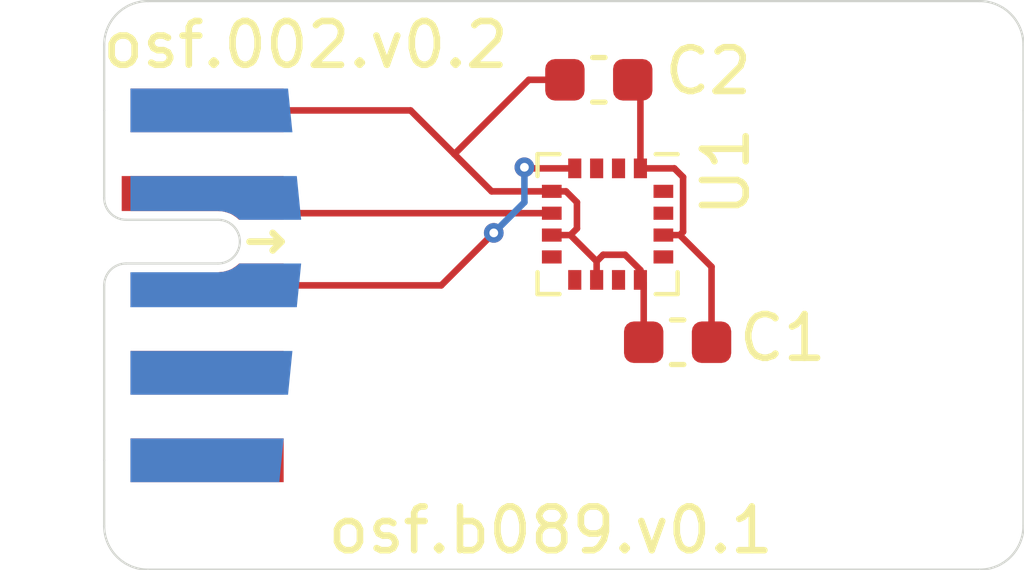
<source format=kicad_pcb>
(kicad_pcb (version 20211014) (generator pcbnew)
  (layers (0 "F.Cu" signal) (31 "B.Cu" signal) (34 "B.Paste" user) (35 "F.Paste" user) (36 "B.SilkS" user "B.Silkscreen") (37 "F.SilkS" user "F.Silkscreen") (38 "B.Mask" user) (39 "F.Mask" user) (44 "Edge.Cuts" user))
  (net 0 "")
  (net 1 "GND")
  (net 2 "/sensor/SCL")
  (net 3 "/sensor/SDA")
  (net 4 "+3V3")
  (net 6 "/sensor/ACC_INT2")
  (net 7 "/sensor/ACC_INT1")
  (net 8 "/sensor/ACC_ADC3")
  (net 9 "/sensor/ACC_ADC2")
  (net 10 "/sensor/ACC_ADC1")
  (net 11 "/sensor/3.3V")
  (net 14 "+5V")
  (footprint "Package_LGA:LGA-16_3x3mm_P0.5mm" (layer "F.Cu") (at 88.5 79.1 -90)
    (fp_text reference "U1" (at -1.2 -2.7 90) (layer "F.SilkS"))
    (fp_text value "LIS3DHTR")
    (fp_line (start -1.6 -1.6) (end -1.6 -1.1) (layer "F.SilkS") (width 0.1))
    (fp_line (start -1.6 1.6) (end -1.1 1.6) (layer "F.SilkS") (width 0.1))
    (fp_line (start 1.6 1.1) (end 1.6 1.6) (layer "F.SilkS") (width 0.1))
    (fp_line (start 1.6 1.6) (end 1.6 1.1) (layer "F.SilkS") (width 0.1))
    (fp_line (start -1.6 1.6) (end -1.6 1.1) (layer "F.SilkS") (width 0.1))
    (fp_line (start 1.6 -1.6) (end 1.6 -1.1) (layer "F.SilkS") (width 0.1))
    (fp_line (start 1.1 -1.6) (end 1.6 -1.6) (layer "F.SilkS") (width 0.1))
    (fp_line (start 1.6 1.6) (end 1.1 1.6) (layer "F.SilkS") (width 0.1))
    (pad "1" smd rect (at -1.275 -0.75) (size 0.3 0.45) (layers "F.Cu" "F.Paste" "F.Mask") (net 11 "/sensor/3.3V"))
    (pad "2" smd rect (at -1.275 -0.25) (size 0.3 0.45) (layers "F.Cu" "F.Paste" "F.Mask"))
    (pad "3" smd rect (at -1.275 0.25) (size 0.3 0.45) (layers "F.Cu" "F.Paste" "F.Mask"))
    (pad "4" smd rect (at -1.275 0.75) (size 0.3 0.45) (layers "F.Cu" "F.Paste" "F.Mask") (net 2 "/sensor/SCL"))
    (pad "5" smd rect (at -0.75 1.275 270) (size 0.3 0.45) (layers "F.Cu" "F.Paste" "F.Mask") (net 1 "GND"))
    (pad "6" smd rect (at -0.25 1.275 270) (size 0.3 0.45) (layers "F.Cu" "F.Paste" "F.Mask") (net 3 "/sensor/SDA"))
    (pad "7" smd rect (at 0.25 1.275 270) (size 0.3 0.45) (layers "F.Cu" "F.Paste" "F.Mask") (net 1 "GND"))
    (pad "8" smd rect (at 0.75 1.275 270) (size 0.3 0.45) (layers "F.Cu" "F.Paste" "F.Mask"))
    (pad "9" smd rect (at 1.275 0.75) (size 0.3 0.45) (layers "F.Cu" "F.Paste" "F.Mask") (net 6 "/sensor/ACC_INT2"))
    (pad "10" smd rect (at 1.275 0.25) (size 0.3 0.45) (layers "F.Cu" "F.Paste" "F.Mask") (net 1 "GND"))
    (pad "11" smd rect (at 1.275 -0.25) (size 0.3 0.45) (layers "F.Cu" "F.Paste" "F.Mask") (net 7 "/sensor/ACC_INT1"))
    (pad "12" smd rect (at 1.275 -0.75) (size 0.3 0.45) (layers "F.Cu" "F.Paste" "F.Mask") (net 1 "GND"))
    (pad "13" smd rect (at 0.75 -1.275 270) (size 0.3 0.45) (layers "F.Cu" "F.Paste" "F.Mask") (net 8 "/sensor/ACC_ADC3"))
    (pad "14" smd rect (at 0.25 -1.275 270) (size 0.3 0.45) (layers "F.Cu" "F.Paste" "F.Mask") (net 11 "/sensor/3.3V"))
    (pad "15" smd rect (at -0.25 -1.275 270) (size 0.3 0.45) (layers "F.Cu" "F.Paste" "F.Mask") (net 9 "/sensor/ACC_ADC2"))
    (pad "16" smd rect (at -0.75 -1.275 270) (size 0.3 0.45) (layers "F.Cu" "F.Paste" "F.Mask") (net 10 "/sensor/ACC_ADC1"))
  )
  (footprint "on_edge:on_edge_2x05_device" (layer "F.Cu") (at 77 80.5 -90)
    (fp_text reference "J1")
    (fp_text value "001_I2C")
    (fp_line (start -1.2 -3.85) (end -1 -4.05) (layer "F.SilkS") (width 0.153))
    (fp_line (start -1 -4.05) (end -1 -3.323) (layer "F.SilkS") (width 0.153))
    (fp_line (start -1 -4.05) (end -0.8 -3.85) (layer "F.SilkS") (width 0.153))
    (fp_line (start -4 0) (end -2 0) (layer "Edge.Cuts") (width 0.05))
    (fp_line (start -1.5 -2.6) (end -1.5 -0.5) (layer "Edge.Cuts") (width 0.05))
    (fp_line (start -0.5 -0.5) (end -0.5 -2.6) (layer "Edge.Cuts") (width 0.05))
    (fp_line (start 0 0) (end 4 0) (layer "Edge.Cuts") (width 0.05))
    (fp_arc (start -1.5 -0.5) (mid -1.646447 -0.146447) (end -2 0) (layer "Edge.Cuts") (width 0.05))
    (fp_arc (start 0 0) (mid -0.353553 -0.146447) (end -0.5 -0.5) (layer "Edge.Cuts") (width 0.05))
    (fp_arc (start -1.5 -2.6) (mid -1 -3.1) (end -0.5 -2.6) (layer "Edge.Cuts") (width 0.05))
    (pad "1" smd rect locked (at -4 -2.35 90) (size 1 3.5) (layers "F.Cu" "F.Mask") (net 1 "GND"))
    (pad "2" smd custom locked (at -2 -3.6 270) (size 1 1) (layers "F.Cu" "F.Mask") (net 3 "/sensor/SDA") (options (clearance outline) (anchor rect)) (primitives (gr_poly (pts (xy 0.3 1) (xy 0.31 0.89) (xy 0.33 0.81) (xy 0.35 0.75) (xy 0.37 0.7) (xy 0.4 0.65) (xy 0.44 0.59) (xy 0.48 0.54) (xy 0.5 0.52) (xy 0.5 -0.5) (xy -0.5 -0.5) (xy -0.5 3.2) (xy 0.3 3.2)) (width 0) (fill yes))))
    (pad "3" smd custom locked (at 0 -3.6 270) (size 1 1) (layers "F.Cu" "F.Mask") (net 2 "/sensor/SCL") (options (clearance outline) (anchor rect)) (primitives (gr_poly (pts (xy -0.3 1) (xy -0.31 0.89) (xy -0.33 0.81) (xy -0.35 0.75) (xy -0.37 0.7) (xy -0.4 0.65) (xy -0.44 0.59) (xy -0.48 0.54) (xy -0.5 0.52) (xy -0.5 -0.5) (xy 0.5 -0.5) (xy 0.5 3) (xy -0.3 3)) (width 0) (fill yes))))
    (pad "4" smd rect locked (at 2 -2.35 90) (size 1 3.5) (layers "F.Cu" "F.Mask"))
    (pad "5" smd rect locked (at 4 -2.35 90) (size 1 3.5) (layers "F.Cu" "F.Mask"))
    (pad "6" smd custom locked (at -4 -2.4 270) (size 1 3.6) (layers "B.Cu" "B.Mask") (options (clearance outline) (anchor rect)) (primitives (gr_poly (pts (xy 0.5 -1.8) (xy 0.5 -1.9) (xy -0.5 -1.8)) (width 0) (fill yes))))
    (pad "7" smd custom locked (at -2 -2.1 270) (size 0.4 0.4) (layers "B.Cu" "B.Mask") (options (clearance outline) (anchor rect)) (primitives (gr_poly (pts (xy 0.3 -0.51) (xy 0.31 -0.62) (xy 0.33 -0.7) (xy 0.35 -0.76) (xy 0.37 -0.81) (xy 0.4 -0.86) (xy 0.44 -0.92) (xy 0.48 -0.97) (xy 0.5 -0.99) (xy 0.5 -2.4) (xy -0.5 -2.3) (xy -0.5 1.5) (xy 0.3 1.5)) (width 0) (fill yes))))
    (pad "8" smd custom locked (at 0 -2.1 270) (size 0.4 0.4) (layers "B.Cu" "B.Mask") (options (clearance outline) (anchor rect)) (primitives (gr_poly (pts (xy -0.3 -0.51) (xy -0.31 -0.62) (xy -0.33 -0.7) (xy -0.35 -0.76) (xy -0.37 -0.81) (xy -0.4 -0.86) (xy -0.44 -0.92) (xy -0.48 -0.97) (xy -0.5 -0.99) (xy -0.5 -2.4) (xy 0.5 -2.3) (xy 0.5 1.5) (xy -0.3 1.5)) (width 0) (fill yes))))
    (pad "9" smd custom locked (at 2 -2.4 270) (size 1 3.6) (layers "B.Cu" "B.Mask") (net 4 "+3V3") (options (clearance outline) (anchor rect)) (primitives (gr_poly (pts (xy -0.5 -1.8) (xy -0.5 -1.9) (xy 0.5 -1.8)) (width 0) (fill yes))))
    (pad "10" smd custom locked (at 4 -2.3 270) (size 1 3.4) (layers "B.Cu" "B.Mask") (net 14 "+5V") (options (clearance outline) (anchor rect)) (primitives (gr_poly (pts (xy -0.5 -1.7) (xy -0.5 -1.8) (xy 0.5 -1.7)) (width 0) (fill yes))))
  )
  (footprint "Capacitor_SMD:C_0603_1608Metric" (layer "F.Cu") (at 90.1 81.8)
    (fp_text reference "C1" (at 2.4 -0.1) (layer "F.SilkS"))
    (fp_text value "100nF")
    (fp_line (start -0.14058 -0.51) (end 0.14058 -0.51) (layer "F.SilkS") (width 0.12))
    (fp_line (start -0.14058 0.51) (end 0.14058 0.51) (layer "F.SilkS") (width 0.12))
    (pad "1" smd roundrect (at -0.775 0) (size 0.9 0.95) (layers "F.Cu" "F.Paste" "F.Mask") (net 1 "GND"))
    (pad "2" smd roundrect (at 0.775 0) (size 0.9 0.95) (layers "F.Cu" "F.Paste" "F.Mask") (net 11 "/sensor/3.3V"))
  )
  (footprint "Capacitor_SMD:C_0603_1608Metric" (layer "F.Cu") (at 88.3 75.8)
    (fp_text reference "C2" (at 2.5 -0.2) (layer "F.SilkS"))
    (fp_text value "10uF")
    (fp_line (start -0.14058 0.51) (end 0.14058 0.51) (layer "F.SilkS") (width 0.12))
    (fp_line (start -0.14058 -0.51) (end 0.14058 -0.51) (layer "F.SilkS") (width 0.12))
    (pad "1" smd roundrect (at -0.775 0) (size 0.9 0.95) (layers "F.Cu" "F.Paste" "F.Mask") (net 1 "GND"))
    (pad "2" smd roundrect (at 0.775 0) (size 0.9 0.95) (layers "F.Cu" "F.Paste" "F.Mask") (net 11 "/sensor/3.3V"))
  )
  (gr_line (start 97 87) (end 78 87) (layer "Edge.Cuts") (width 0.05))
  (gr_line (start 77 86) (end 77 84.5) (layer "Edge.Cuts") (width 0.05))
  (gr_line (start 78 74) (end 97 74) (layer "Edge.Cuts") (width 0.05))
  (gr_line (start 98 76.5) (end 98 75) (layer "Edge.Cuts") (width 0.05))
  (gr_line (start 77 76.5) (end 77 75) (layer "Edge.Cuts") (width 0.05))
  (gr_arc (start 98 86) (mid 97.707107 86.707107) (end 97 87) (layer "Edge.Cuts") (width 0.05))
  (gr_line (start 98 86) (end 98 76.5) (layer "Edge.Cuts") (width 0.05))
  (gr_arc (start 77 75) (mid 77.292893 74.292893) (end 78 74) (layer "Edge.Cuts") (width 0.05))
  (gr_arc (start 78 87) (mid 77.292893 86.707107) (end 77 86) (layer "Edge.Cuts") (width 0.05))
  (gr_arc (start 97 74) (mid 97.707107 74.292893) (end 98 75) (layer "Edge.Cuts") (width 0.05))
  (gr_text "osf.b089.v0.1" (at 87.2 86.1) (layer "F.SilkS") (effects (font (size 1 1))))
  (gr_text "osf.002.v0.2" (at 81.6 75) (layer "F.SilkS") (effects (font (size 1 1))))
  (segment (start 86.7 75.8) (end 85 77.5) (width 0.15) (layer "F.Cu") (net 1))
  (segment (start 89.25 80.375) (end 89.25 80.15) (width 0.15) (layer "F.Cu") (net 1))
  (segment (start 87.225 79.35) (end 87.65 79.35) (width 0.15) (layer "F.Cu") (net 1))
  (segment (start 84 76.5) (end 85 77.5) (width 0.15) (layer "F.Cu") (net 1))
  (segment (start 89.325 81.8) (end 89.325 80.45) (width 0.15) (layer "F.Cu") (net 1))
  (segment (start 89.25 80.15) (end 88.9 79.8) (width 0.15) (layer "F.Cu") (net 1))
  (segment (start 87.55 78.35) (end 87.225 78.35) (width 0.15) (layer "F.Cu") (net 1))
  (segment (start 88.25 79.95) (end 87.65 79.35) (width 0.15) (layer "F.Cu") (net 1))
  (segment (start 87.8 79.2) (end 87.8 78.6) (width 0.15) (layer "F.Cu") (net 1))
  (segment (start 88.9 79.8) (end 88.4 79.8) (width 0.15) (layer "F.Cu") (net 1))
  (segment (start 87.65 79.35) (end 87.8 79.2) (width 0.15) (layer "F.Cu") (net 1))
  (segment (start 89.325 80.45) (end 89.25 80.375) (width 0.15) (layer "F.Cu") (net 1))
  (segment (start 88.4 79.8) (end 88.25 79.95) (width 0.15) (layer "F.Cu") (net 1))
  (segment (start 79.35 76.5) (end 84 76.5) (width 0.15) (layer "F.Cu") (net 1))
  (segment (start 85.85 78.35) (end 87.225 78.35) (width 0.15) (layer "F.Cu") (net 1))
  (segment (start 88.25 80.375) (end 88.25 79.95) (width 0.15) (layer "F.Cu") (net 1))
  (segment (start 85 77.5) (end 85.85 78.35) (width 0.15) (layer "F.Cu") (net 1))
  (segment (start 87.8 78.6) (end 87.55 78.35) (width 0.15) (layer "F.Cu") (net 1))
  (segment (start 87.525 75.8) (end 86.7 75.8) (width 0.15) (layer "F.Cu") (net 1))
  (segment (start 87.75 77.825) (end 86.625 77.825) (width 0.15) (layer "F.Cu") (net 2))
  (segment (start 85.9 79.3) (end 84.7 80.5) (width 0.15) (layer "F.Cu") (net 2))
  (segment (start 86.625 77.825) (end 86.6 77.8) (width 0.15) (layer "F.Cu") (net 2))
  (segment (start 84.7 80.5) (end 80.6 80.5) (width 0.15) (layer "F.Cu") (net 2))
  (via (at 86.6 77.8) (size 0.45) (drill 0.2) (layers "F.Cu" "B.Cu") (net 2))
  (via (at 85.9 79.3) (size 0.45) (drill 0.2) (layers "F.Cu" "B.Cu") (net 2))
  (segment (start 86.6 78.6) (end 85.9 79.3) (width 0.15) (layer "B.Cu") (net 2))
  (segment (start 86.6 77.8) (end 86.6 78.6) (width 0.15) (layer "B.Cu") (net 2))
  (segment (start 87.225 78.85) (end 80.95 78.85) (width 0.15) (layer "F.Cu") (net 3))
  (segment (start 80.95 78.85) (end 80.6 78.5) (width 0.15) (layer "F.Cu") (net 3))
  (segment (start 89.25 75.975) (end 89.25 77.825) (width 0.15) (layer "F.Cu") (net 11))
  (segment (start 90.224511 79.275489) (end 90.224511 78.024511) (width 0.15) (layer "F.Cu") (net 11))
  (segment (start 90.15 79.35) (end 90.224511 79.275489) (width 0.15) (layer "F.Cu") (net 11))
  (segment (start 90.875 80.075) (end 90.15 79.35) (width 0.15) (layer "F.Cu") (net 11))
  (segment (start 90.025 77.825) (end 89.25 77.825) (width 0.15) (layer "F.Cu") (net 11))
  (segment (start 90.875 81.8) (end 90.875 80.075) (width 0.15) (layer "F.Cu") (net 11))
  (segment (start 90.224511 78.024511) (end 90.025 77.825) (width 0.15) (layer "F.Cu") (net 11))
  (segment (start 89.075 75.8) (end 89.25 75.975) (width 0.15) (layer "F.Cu") (net 11))
  (segment (start 89.775 79.35) (end 90.15 79.35) (width 0.15) (layer "F.Cu") (net 11))
)
</source>
